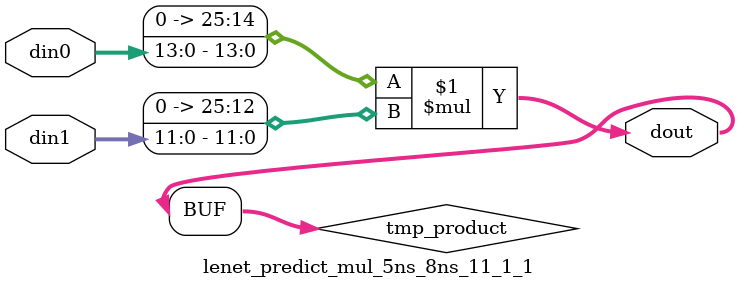
<source format=v>

`timescale 1 ns / 1 ps

  module lenet_predict_mul_5ns_8ns_11_1_1(din0, din1, dout);
parameter ID = 1;
parameter NUM_STAGE = 0;
parameter din0_WIDTH = 14;
parameter din1_WIDTH = 12;
parameter dout_WIDTH = 26;

input [din0_WIDTH - 1 : 0] din0; 
input [din1_WIDTH - 1 : 0] din1; 
output [dout_WIDTH - 1 : 0] dout;

wire signed [dout_WIDTH - 1 : 0] tmp_product;










assign tmp_product = $signed({1'b0, din0}) * $signed({1'b0, din1});











assign dout = tmp_product;







endmodule

</source>
